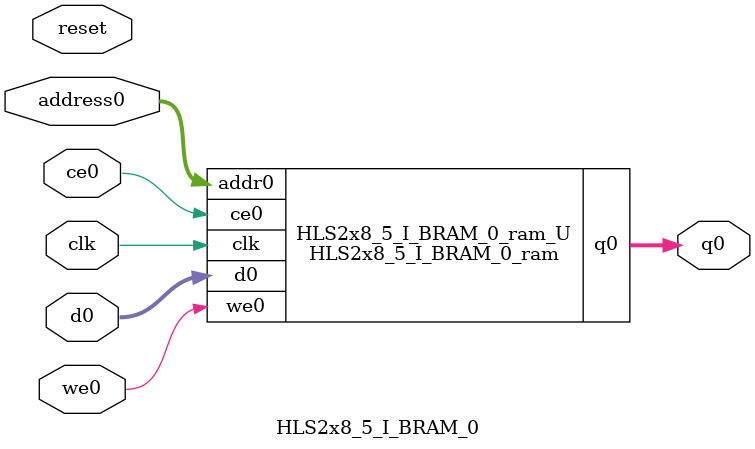
<source format=v>

`timescale 1 ns / 1 ps
module HLS2x8_5_I_BRAM_0_ram (addr0, ce0, d0, we0, q0,  clk);

parameter DWIDTH = 16;
parameter AWIDTH = 8;
parameter MEM_SIZE = 225;

input[AWIDTH-1:0] addr0;
input ce0;
input[DWIDTH-1:0] d0;
input we0;
output reg[DWIDTH-1:0] q0;
input clk;

(* ram_style = "block" *)reg [DWIDTH-1:0] ram[0:MEM_SIZE-1];




always @(posedge clk)  
begin 
    if (ce0) 
    begin
        if (we0) 
        begin 
            ram[addr0] <= d0; 
            q0 <= d0;
        end 
        else 
            q0 <= ram[addr0];
    end
end


endmodule


`timescale 1 ns / 1 ps
module HLS2x8_5_I_BRAM_0(
    reset,
    clk,
    address0,
    ce0,
    we0,
    d0,
    q0);

parameter DataWidth = 32'd16;
parameter AddressRange = 32'd225;
parameter AddressWidth = 32'd8;
input reset;
input clk;
input[AddressWidth - 1:0] address0;
input ce0;
input we0;
input[DataWidth - 1:0] d0;
output[DataWidth - 1:0] q0;



HLS2x8_5_I_BRAM_0_ram HLS2x8_5_I_BRAM_0_ram_U(
    .clk( clk ),
    .addr0( address0 ),
    .ce0( ce0 ),
    .d0( d0 ),
    .we0( we0 ),
    .q0( q0 ));

endmodule


</source>
